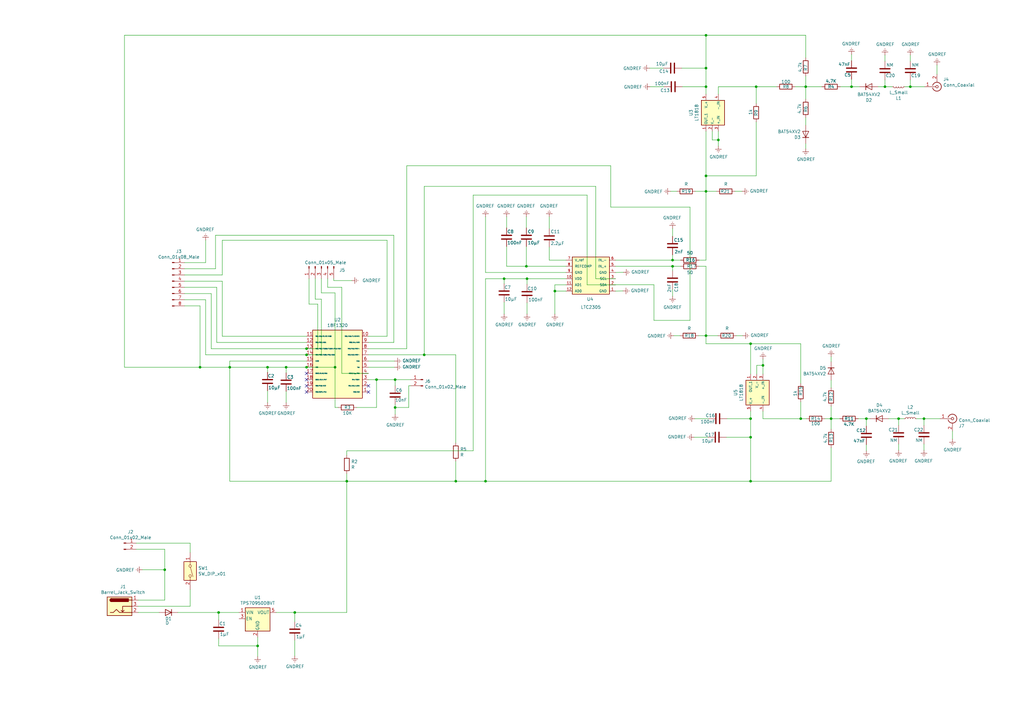
<source format=kicad_sch>
(kicad_sch (version 20211123) (generator eeschema)
  (paper "A3")
  (lib_symbols
    (symbol "Connector:Barrel_Jack_Switch" (pin_names hide)
      (property "Reference" "J" (at 0 5.334 0))
      (property "Value" "Barrel_Jack_Switch" (at 0 -5.08 0))
      (symbol "Barrel_Jack_Switch_0_1"
        (rectangle (start -5.08 3.81) (end 5.08 -3.81) (stroke (width 0.254)) (fill (type background)))
        (arc (start -3.302 3.175) (mid -3.937 2.54) (end -3.302 1.905) (stroke (width 0.254)))
        (arc (start -3.302 3.175) (mid -3.937 2.54) (end -3.302 1.905) (stroke (width 0.254)) (fill (type outline)))
        (polyline (pts (xy 1.27 -2.286) (xy 1.905 -1.651)) (stroke (width 0.254)))
        (polyline (pts (xy 5.08 2.54) (xy 3.81 2.54)) (stroke (width 0.254)))
        (polyline (pts (xy 5.08 0) (xy 1.27 0) (xy 1.27 -2.286) (xy 0.635 -1.651)) (stroke (width 0.254)))
        (polyline (pts (xy -3.81 -2.54) (xy -2.54 -2.54) (xy -1.27 -1.27) (xy 0 -2.54) (xy 2.54 -2.54) (xy 5.08 -2.54)) (stroke (width 0.254)))
        (rectangle (start 3.683 3.175) (end -3.302 1.905) (stroke (width 0.254)) (fill (type outline)))
      )
      (symbol "Barrel_Jack_Switch_1_1"
        (pin passive line (at 7.62 2.54 180) (length 2.54) (name "~") (number "1"))
        (pin passive line (at 7.62 -2.54 180) (length 2.54) (name "~") (number "2"))
        (pin passive line (at 7.62 0 180) (length 2.54) (name "~") (number "3"))
      )
    )
    (symbol "Connector:Conn_01x02_Male" (pin_names (offset 1.016) hide)
      (property "Reference" "J" (at 0 2.54 0))
      (property "Value" "Conn_01x02_Male" (at 0 -5.08 0))
      (symbol "Conn_01x02_Male_1_1"
        (polyline (pts (xy 1.27 -2.54) (xy 0.8636 -2.54)) (stroke (width 0.1524)))
        (polyline (pts (xy 1.27 0) (xy 0.8636 0)) (stroke (width 0.1524)))
        (rectangle (start 0.8636 -2.413) (end 0 -2.667) (stroke (width 0.1524)) (fill (type outline)))
        (rectangle (start 0.8636 0.127) (end 0 -0.127) (stroke (width 0.1524)) (fill (type outline)))
        (pin passive line (at 5.08 0 180) (length 3.81) (name "Pin_1") (number "1"))
        (pin passive line (at 5.08 -2.54 180) (length 3.81) (name "Pin_2") (number "2"))
      )
    )
    (symbol "Connector:Conn_01x05_Male" (pin_names (offset 1.016) hide)
      (property "Reference" "J" (at 0 7.62 0))
      (property "Value" "Conn_01x05_Male" (at 0 -7.62 0))
      (symbol "Conn_01x05_Male_1_1"
        (polyline (pts (xy 1.27 -5.08) (xy 0.8636 -5.08)) (stroke (width 0.1524)))
        (polyline (pts (xy 1.27 -2.54) (xy 0.8636 -2.54)) (stroke (width 0.1524)))
        (polyline (pts (xy 1.27 0) (xy 0.8636 0)) (stroke (width 0.1524)))
        (polyline (pts (xy 1.27 2.54) (xy 0.8636 2.54)) (stroke (width 0.1524)))
        (polyline (pts (xy 1.27 5.08) (xy 0.8636 5.08)) (stroke (width 0.1524)))
        (rectangle (start 0.8636 -4.953) (end 0 -5.207) (stroke (width 0.1524)) (fill (type outline)))
        (rectangle (start 0.8636 -2.413) (end 0 -2.667) (stroke (width 0.1524)) (fill (type outline)))
        (rectangle (start 0.8636 0.127) (end 0 -0.127) (stroke (width 0.1524)) (fill (type outline)))
        (rectangle (start 0.8636 2.667) (end 0 2.413) (stroke (width 0.1524)) (fill (type outline)))
        (rectangle (start 0.8636 5.207) (end 0 4.953) (stroke (width 0.1524)) (fill (type outline)))
        (pin passive line (at 5.08 5.08 180) (length 3.81) (name "Pin_1") (number "1"))
        (pin passive line (at 5.08 2.54 180) (length 3.81) (name "Pin_2") (number "2"))
        (pin passive line (at 5.08 0 180) (length 3.81) (name "Pin_3") (number "3"))
        (pin passive line (at 5.08 -2.54 180) (length 3.81) (name "Pin_4") (number "4"))
        (pin passive line (at 5.08 -5.08 180) (length 3.81) (name "Pin_5") (number "5"))
      )
    )
    (symbol "Connector:Conn_01x08_Male" (pin_names (offset 1.016) hide)
      (property "Reference" "J" (at 0 10.16 0))
      (property "Value" "Conn_01x08_Male" (at 0 -12.7 0))
      (symbol "Conn_01x08_Male_1_1"
        (polyline (pts (xy 1.27 -10.16) (xy 0.8636 -10.16)) (stroke (width 0.1524)))
        (polyline (pts (xy 1.27 -7.62) (xy 0.8636 -7.62)) (stroke (width 0.1524)))
        (polyline (pts (xy 1.27 -5.08) (xy 0.8636 -5.08)) (stroke (width 0.1524)))
        (polyline (pts (xy 1.27 -2.54) (xy 0.8636 -2.54)) (stroke (width 0.1524)))
        (polyline (pts (xy 1.27 0) (xy 0.8636 0)) (stroke (width 0.1524)))
        (polyline (pts (xy 1.27 2.54) (xy 0.8636 2.54)) (stroke (width 0.1524)))
        (polyline (pts (xy 1.27 5.08) (xy 0.8636 5.08)) (stroke (width 0.1524)))
        (polyline (pts (xy 1.27 7.62) (xy 0.8636 7.62)) (stroke (width 0.1524)))
        (rectangle (start 0.8636 -10.033) (end 0 -10.287) (stroke (width 0.1524)) (fill (type outline)))
        (rectangle (start 0.8636 -7.493) (end 0 -7.747) (stroke (width 0.1524)) (fill (type outline)))
        (rectangle (start 0.8636 -4.953) (end 0 -5.207) (stroke (width 0.1524)) (fill (type outline)))
        (rectangle (start 0.8636 -2.413) (end 0 -2.667) (stroke (width 0.1524)) (fill (type outline)))
        (rectangle (start 0.8636 0.127) (end 0 -0.127) (stroke (width 0.1524)) (fill (type outline)))
        (rectangle (start 0.8636 2.667) (end 0 2.413) (stroke (width 0.1524)) (fill (type outline)))
        (rectangle (start 0.8636 5.207) (end 0 4.953) (stroke (width 0.1524)) (fill (type outline)))
        (rectangle (start 0.8636 7.747) (end 0 7.493) (stroke (width 0.1524)) (fill (type outline)))
        (pin passive line (at 5.08 7.62 180) (length 3.81) (name "Pin_1") (number "1"))
        (pin passive line (at 5.08 5.08 180) (length 3.81) (name "Pin_2") (number "2"))
        (pin passive line (at 5.08 2.54 180) (length 3.81) (name "Pin_3") (number "3"))
        (pin passive line (at 5.08 0 180) (length 3.81) (name "Pin_4") (number "4"))
        (pin passive line (at 5.08 -2.54 180) (length 3.81) (name "Pin_5") (number "5"))
        (pin passive line (at 5.08 -5.08 180) (length 3.81) (name "Pin_6") (number "6"))
        (pin passive line (at 5.08 -7.62 180) (length 3.81) (name "Pin_7") (number "7"))
        (pin passive line (at 5.08 -10.16 180) (length 3.81) (name "Pin_8") (number "8"))
      )
    )
    (symbol "Connector:Conn_Coaxial" (pin_names (offset 1.016) hide)
      (property "Reference" "J" (at 0.254 3.048 0))
      (property "Value" "Conn_Coaxial" (at 2.921 0 90))
      (symbol "Conn_Coaxial_0_1"
        (arc (start -1.778 -0.508) (mid 0.2311 -1.8066) (end 1.778 0) (stroke (width 0.254)))
        (polyline (pts (xy -2.54 0) (xy -0.508 0)))
        (polyline (pts (xy 0 -2.54) (xy 0 -1.778)))
        (circle (center 0 0) (radius 0.508) (stroke (width 0.2032)))
        (arc (start 1.778 0) (mid 0.2099 1.8101) (end -1.778 0.508) (stroke (width 0.254)))
      )
      (symbol "Conn_Coaxial_1_1"
        (pin passive line (at -5.08 0 0) (length 2.54) (name "In") (number "1"))
        (pin passive line (at 0 -5.08 90) (length 2.54) (name "Ext") (number "2"))
      )
    )
    (symbol "Device:C" (pin_numbers hide) (pin_names (offset 0.254))
      (property "Reference" "C" (at 0.635 2.54 0))
      (property "Value" "C" (at 0.635 -2.54 0))
      (symbol "C_0_1"
        (polyline (pts (xy -2.032 -0.762) (xy 2.032 -0.762)) (stroke (width 0.508)))
        (polyline (pts (xy -2.032 0.762) (xy 2.032 0.762)) (stroke (width 0.508)))
      )
      (symbol "C_1_1"
        (pin passive line (at 0 3.81 270) (length 2.794) (name "~") (number "1"))
        (pin passive line (at 0 -3.81 90) (length 2.794) (name "~") (number "2"))
      )
    )
    (symbol "Device:D" (pin_numbers hide) (pin_names (offset 1.016) hide)
      (property "Reference" "D" (at 0 2.54 0))
      (property "Value" "D" (at 0 -2.54 0))
      (symbol "D_0_1"
        (polyline (pts (xy -1.27 1.27) (xy -1.27 -1.27)) (stroke (width 0.254)))
        (polyline (pts (xy 1.27 0) (xy -1.27 0)))
        (polyline (pts (xy 1.27 1.27) (xy 1.27 -1.27) (xy -1.27 0) (xy 1.27 1.27)) (stroke (width 0.254)))
      )
      (symbol "D_1_1"
        (pin passive line (at -3.81 0 0) (length 2.54) (name "K") (number "1"))
        (pin passive line (at 3.81 0 180) (length 2.54) (name "A") (number "2"))
      )
    )
    (symbol "Device:L_Small" (pin_numbers hide) (pin_names (offset 0.254) hide)
      (property "Reference" "L" (at 0.762 1.016 0))
      (property "Value" "L_Small" (at 0.762 -1.016 0))
      (symbol "L_Small_0_1"
        (arc (start 0 -2.032) (mid 0.508 -1.524) (end 0 -1.016))
        (arc (start 0 -1.016) (mid 0.508 -0.508) (end 0 0))
        (arc (start 0 0) (mid 0.508 0.508) (end 0 1.016))
        (arc (start 0 1.016) (mid 0.508 1.524) (end 0 2.032))
      )
      (symbol "L_Small_1_1"
        (pin passive line (at 0 2.54 270) (length 0.508) (name "~") (number "1"))
        (pin passive line (at 0 -2.54 90) (length 0.508) (name "~") (number "2"))
      )
    )
    (symbol "Device:R" (pin_numbers hide) (pin_names (offset 0))
      (property "Reference" "R" (at 2.032 0 90))
      (property "Value" "R" (at 0 0 90))
      (symbol "R_0_1"
        (rectangle (start -1.016 -2.54) (end 1.016 2.54) (stroke (width 0.254)))
      )
      (symbol "R_1_1"
        (pin passive line (at 0 3.81 270) (length 1.27) (name "~") (number "1"))
        (pin passive line (at 0 -3.81 90) (length 1.27) (name "~") (number "2"))
      )
    )
    (symbol "Regulator_Linear:TPS72215" (pin_names (offset 0.254))
      (property "Reference" "U" (at -3.81 5.715 0))
      (property "Value" "TPS72215" (at 0 5.715 0))
      (symbol "TPS72215_0_1"
        (rectangle (start -5.08 4.445) (end 5.08 -5.08) (stroke (width 0.254)) (fill (type background)))
      )
      (symbol "TPS72215_1_1"
        (pin power_in line (at -7.62 2.54 0) (length 2.54) (name "VIN") (number "1"))
        (pin power_in line (at 0 -7.62 90) (length 2.54) (name "GND") (number "2"))
        (pin input line (at -7.62 0 0) (length 2.54) (name "EN") (number "3"))
        (pin no_connect line (at 2.54 0 180) (length 2.54) hide (name "NC") (number "4"))
        (pin power_out line (at 7.62 2.54 180) (length 2.54) (name "VOUT") (number "5"))
      )
    )
    (symbol "Switch:SW_DIP_x01" (pin_names (offset 0) hide)
      (property "Reference" "SW" (at 0 3.81 0))
      (property "Value" "SW_DIP_x01" (at 0 -3.81 0))
      (symbol "SW_DIP_x01_0_0"
        (circle (center -2.032 0) (radius 0.508))
        (polyline (pts (xy -1.524 0.127) (xy 2.3622 1.1684)))
        (circle (center 2.032 0) (radius 0.508))
      )
      (symbol "SW_DIP_x01_0_1"
        (rectangle (start -3.81 2.54) (end 3.81 -2.54) (stroke (width 0.254)) (fill (type background)))
      )
      (symbol "SW_DIP_x01_1_1"
        (pin passive line (at -7.62 0 0) (length 5.08) (name "~") (number "1"))
        (pin passive line (at 7.62 0 180) (length 5.08) (name "~") (number "2"))
      )
    )
    (symbol "librairie_projet:18F1320" (pin_names (offset 1.016))
      (property "Reference" "U" (at -2.54 14.605 0))
      (property "Value" "18F1320" (at 2.54 16.51 0))
      (symbol "18F1320_0_1"
        (rectangle (start -10.16 12.7) (end 10.16 -15.24) (stroke (width 0.254)) (fill (type background)))
      )
      (symbol "18F1320_1_1"
        (pin input line (at -12.7 10.16 0) (length 2.54) (name "RA0/AN0") (number "1"))
        (pin bidirectional line (at -12.7 -12.7 0) (length 2.54) (name "RB1/AN5/TX/CKINT1") (number "10"))
        (pin input line (at 12.7 -12.7 180) (length 2.54) (name "RB4/AN6/RX/DT/KIB0") (number "11"))
        (pin input line (at 12.7 -10.16 180) (length 2.54) (name "RB5/PGM/KBI1") (number "12"))
        (pin input line (at 12.7 -7.62 180) (length 2.54) (name "RB6/PGC/T1OSO/T13CKI/P1C/KBI2") (number "13"))
        (pin input line (at 12.7 -5.08 180) (length 2.54) (name "RB7/PGD/T1OSI/P1D/KBI3") (number "14"))
        (pin input line (at 12.7 -2.54 180) (length 2.54) (name "AVDD") (number "15"))
        (pin input line (at 12.7 0 180) (length 2.54) (name "VDD") (number "16"))
        (pin input line (at 12.7 2.54 180) (length 2.54) (name "OSC2/CLK0/RA6") (number "17"))
        (pin input line (at 12.7 5.08 180) (length 2.54) (name "OSC1/CLKI/RA7") (number "18"))
        (pin input line (at 12.7 7.62 180) (length 2.54) (name "RB2/P1B/INT2") (number "19"))
        (pin input line (at -12.7 7.62 0) (length 2.54) (name "RA1/AN1/LVDIN") (number "2"))
        (pin input line (at 12.7 10.16 180) (length 2.54) (name "RB3/CCP1/P1A") (number "20"))
        (pin bidirectional line (at -12.7 5.08 0) (length 2.54) (name "RA4/T0CKI") (number "3"))
        (pin bidirectional line (at -12.7 2.54 0) (length 2.54) (name "MCLR/Vpp/RA5") (number "4"))
        (pin bidirectional line (at -12.7 0 0) (length 2.54) (name "Vss") (number "5"))
        (pin bidirectional line (at -12.7 -2.54 0) (length 2.54) (name "AVss") (number "6"))
        (pin bidirectional line (at -12.7 -5.08 0) (length 2.54) (name "RA2/AN2/VREF-") (number "7"))
        (pin bidirectional line (at -12.7 -7.62 0) (length 2.54) (name "RA3/AN3/VREF+") (number "8"))
        (pin bidirectional line (at -12.7 -10.16 0) (length 2.54) (name "RB0/AN4/INT0") (number "9"))
      )
    )
    (symbol "librairie_projet:BAT54XV2" (pin_numbers hide) (pin_names (offset 1.016) hide)
      (property "Reference" "D" (at 0 2.54 0))
      (property "Value" "BAT54XV2" (at 0 -2.54 0))
      (symbol "BAT54XV2_0_1"
        (polyline (pts (xy -1.27 1.27) (xy -1.27 -1.27)) (stroke (width 0.254)))
        (polyline (pts (xy 1.27 0) (xy -1.27 0)))
        (polyline (pts (xy 1.27 1.27) (xy 1.27 -1.27) (xy -1.27 0) (xy 1.27 1.27)) (stroke (width 0.2032)))
      )
      (symbol "BAT54XV2_1_1"
        (pin passive line (at -3.81 0 0) (length 2.54) (name "K") (number "1"))
        (pin passive line (at 3.81 0 180) (length 2.54) (name "A") (number "2"))
      )
    )
    (symbol "librairie_projet:LT1818" (pin_names (offset 0.254))
      (property "Reference" "U" (at 3.556 5.588 0))
      (property "Value" "LT1818" (at 7.62 5.588 0))
      (symbol "LT1818_0_1"
        (rectangle (start 2.54 4.445) (end 12.7 -5.08) (stroke (width 0.254)) (fill (type background)))
      )
      (symbol "LT1818_1_1"
        (pin power_in line (at 0 2.54 0) (length 2.54) (name "OUT_1") (number "1"))
        (pin power_in line (at 0 0 0) (length 2.54) (name "V_-") (number "2"))
        (pin input line (at 0 -2.54 0) (length 2.54) (name "+_IN") (number "3"))
        (pin input line (at 15.24 -2.54 180) (length 2.54) (name "-_IN") (number "4"))
        (pin power_out line (at 15.24 2.54 180) (length 2.54) (name "V_+") (number "5"))
      )
    )
    (symbol "librairie_projet:LTC2305" (pin_names (offset 1.016))
      (property "Reference" "U" (at -6.35 8.89 0))
      (property "Value" "LTC2305" (at 6.35 8.89 0))
      (symbol "LTC2305_0_1"
        (rectangle (start -7.62 7.62) (end 7.62 -7.62) (stroke (width 0.254)) (fill (type background)))
      )
      (symbol "LTC2305_1_1"
        (pin power_in line (at -10.16 6.35 0) (length 2.54) (name "GND") (number "1"))
        (pin power_in line (at 10.16 1.27 180) (length 2.54) (name "VDD") (number "10"))
        (pin input line (at 10.16 3.81 180) (length 2.54) (name "AD1") (number "11"))
        (pin input line (at 10.16 6.35 180) (length 2.54) (name "AD0") (number "12"))
        (pin bidirectional line (at -10.16 3.81 0) (length 2.54) (name "SDA") (number "2"))
        (pin bidirectional line (at -10.16 1.27 0) (length 2.54) (name "SCL") (number "3"))
        (pin power_in line (at -10.16 -1.27 0) (length 2.54) (name "GND") (number "4"))
        (pin input line (at -10.16 -3.81 0) (length 2.54) (name "IN_+") (number "5"))
        (pin input line (at -10.16 -6.35 0) (length 2.54) (name "IN_-") (number "6"))
        (pin power_in line (at 10.16 -6.35 180) (length 2.54) (name "V_ref") (number "7"))
        (pin bidirectional line (at 10.16 -3.81 180) (length 2.54) (name "REFCOMP") (number "8"))
        (pin bidirectional line (at 10.16 -1.27 180) (length 2.54) (name "GND") (number "9"))
      )
    )
    (symbol "power:GNDREF" (power) (pin_names (offset 0))
      (property "Value" "GNDREF" (at 0 -3.81 0))
      (symbol "GNDREF_0_1"
        (polyline (pts (xy -0.635 -1.905) (xy 0.635 -1.905)))
        (polyline (pts (xy -0.127 -2.54) (xy 0.127 -2.54)))
        (polyline (pts (xy 0 -1.27) (xy 0 0)))
        (polyline (pts (xy 1.27 -1.27) (xy -1.27 -1.27)))
      )
      (symbol "GNDREF_1_1"
        (pin power_in line (at 0 0 270) (length 0) hide (name "GNDREF") (number "1"))
      )
    )
  )
  (junction (at 94.234 150.622))
  (junction (at 289.56 78.486))
  (junction (at 373.38 35.56))
  (junction (at 162.052 155.702))
  (junction (at 82.042 150.622))
  (junction (at 330.454 35.56))
  (junction (at 142.24 197.358))
  (junction (at 349.25 35.56))
  (junction (at 154.432 155.702))
  (junction (at 275.844 109.22))
  (junction (at 199.136 197.358))
  (junction (at 215.9 109.22))
  (junction (at 186.944 197.358))
  (junction (at 216.154 114.3))
  (junction (at 289.56 137.668))
  (junction (at 109.728 150.622))
  (junction (at 310.134 35.56))
  (junction (at 120.904 251.206))
  (junction (at 125.73 150.622))
  (junction (at 117.348 150.622))
  (junction (at 289.56 27.94))
  (junction (at 378.968 171.704))
  (junction (at 162.052 167.132))
  (junction (at 340.868 171.704))
  (junction (at 105.664 264.922))
  (junction (at 137.414 150.622))
  (junction (at 355.346 171.704))
  (junction (at 307.848 197.358))
  (junction (at 289.56 35.56))
  (junction (at 312.928 149.86))
  (junction (at 362.966 35.56))
  (junction (at 125.73 145.542))
  (junction (at 227.584 119.38))
  (junction (at 289.56 14.478))
  (junction (at 67.564 233.68))
  (junction (at 307.848 171.704))
  (junction (at 328.422 171.704))
  (junction (at 294.64 57.404))
  (junction (at 89.662 251.206))
  (junction (at 125.73 143.002))
  (junction (at 307.848 179.324))
  (junction (at 289.56 72.136))
  (junction (at 307.848 140.97))
  (junction (at 206.756 114.3))
  (junction (at 173.99 145.542))
  (junction (at 368.554 171.704))
  (junction (at 275.844 106.68))
  (no_connect (at 125.73 158.242))
  (no_connect (at 125.73 153.162))
  (no_connect (at 151.13 158.242))
  (no_connect (at 125.73 155.702))
  (no_connect (at 125.73 160.782))
  (no_connect (at 151.13 160.782))
  (wire (pts (xy 77.978 222.758) (xy 77.978 226.568)))
  (wire (pts (xy 151.13 137.922) (xy 158.75 137.922)))
  (wire (pts (xy 373.38 35.56) (xy 371.094 35.56)))
  (wire (pts (xy 86.614 120.396) (xy 75.692 120.396)))
  (wire (pts (xy 275.844 106.68) (xy 279.146 106.68)))
  (wire (pts (xy 286.766 106.68) (xy 289.56 106.68)))
  (wire (pts (xy 312.928 171.704) (xy 312.928 168.656)))
  (wire (pts (xy 279.908 35.56) (xy 289.56 35.56)))
  (wire (pts (xy 137.414 167.132) (xy 138.684 167.132)))
  (wire (pts (xy 349.25 35.56) (xy 352.552 35.56)))
  (wire (pts (xy 289.56 14.478) (xy 330.454 14.478)))
  (wire (pts (xy 88.392 110.236) (xy 75.692 110.236)))
  (wire (pts (xy 240.792 80.01) (xy 194.056 80.01)))
  (wire (pts (xy 168.402 155.702) (xy 162.052 155.702)))
  (wire (pts (xy 289.56 78.486) (xy 289.56 72.136)))
  (wire (pts (xy 340.868 159.004) (xy 340.868 155.956)))
  (wire (pts (xy 162.052 165.862) (xy 162.052 167.132)))
  (wire (pts (xy 88.9 140.462) (xy 88.9 117.856)))
  (wire (pts (xy 232.156 109.22) (xy 215.9 109.22)))
  (wire (pts (xy 378.968 174.498) (xy 378.968 171.704)))
  (wire (pts (xy 134.366 117.856) (xy 134.366 114.3)))
  (wire (pts (xy 266.446 27.94) (xy 272.034 27.94)))
  (wire (pts (xy 84.328 145.542) (xy 84.328 122.936)))
  (wire (pts (xy 362.966 32.766) (xy 362.966 35.56)))
  (wire (pts (xy 82.042 125.476) (xy 75.692 125.476)))
  (wire (pts (xy 366.014 35.56) (xy 362.966 35.56)))
  (wire (pts (xy 289.56 78.486) (xy 293.878 78.486)))
  (wire (pts (xy 355.346 182.372) (xy 355.346 184.912)))
  (wire (pts (xy 151.13 148.082) (xy 161.798 148.082)))
  (wire (pts (xy 240.792 116.84) (xy 240.792 80.01)))
  (wire (pts (xy 307.848 140.97) (xy 307.848 153.416)))
  (wire (pts (xy 51.054 150.622) (xy 82.042 150.622)))
  (wire (pts (xy 301.498 78.486) (xy 304.292 78.486)))
  (wire (pts (xy 250.4948 67.9704) (xy 166.8272 67.9704)))
  (wire (pts (xy 225.298 93.726) (xy 225.298 88.9)))
  (wire (pts (xy 130.302 143.002) (xy 130.302 124.714)))
  (wire (pts (xy 125.73 140.462) (xy 88.9 140.462)))
  (wire (pts (xy 338.328 171.704) (xy 340.868 171.704)))
  (wire (pts (xy 251.968 116.7892) (xy 268.224 116.7892)))
  (wire (pts (xy 289.56 14.478) (xy 289.56 27.94)))
  (wire (pts (xy 318.516 35.56) (xy 310.134 35.56)))
  (wire (pts (xy 199.136 114.3) (xy 199.136 197.358)))
  (wire (pts (xy 129.286 114.3) (xy 129.286 122.682)))
  (wire (pts (xy 131.826 122.682) (xy 131.826 145.542)))
  (wire (pts (xy 216.154 114.3) (xy 216.154 116.586)))
  (wire (pts (xy 199.136 88.9) (xy 199.136 111.76)))
  (wire (pts (xy 283.0068 131.4196) (xy 283.0068 84.9376)))
  (wire (pts (xy 278.892 137.668) (xy 276.352 137.668)))
  (wire (pts (xy 244.348 76.454) (xy 173.99 76.454)))
  (wire (pts (xy 51.054 14.478) (xy 51.054 150.622)))
  (wire (pts (xy 275.844 104.5464) (xy 275.844 106.68)))
  (wire (pts (xy 94.234 150.622) (xy 94.234 148.082)))
  (wire (pts (xy 94.234 150.622) (xy 109.728 150.622)))
  (wire (pts (xy 206.756 123.952) (xy 206.756 128.778)))
  (wire (pts (xy 151.13 155.702) (xy 154.432 155.702)))
  (wire (pts (xy 294.64 57.404) (xy 294.64 59.944)))
  (wire (pts (xy 307.848 179.324) (xy 307.848 197.358)))
  (wire (pts (xy 294.64 57.404) (xy 292.1 57.404)))
  (wire (pts (xy 142.24 184.912) (xy 194.056 184.912)))
  (wire (pts (xy 289.56 106.68) (xy 289.56 78.486)))
  (wire (pts (xy 88.9 117.856) (xy 75.692 117.856)))
  (wire (pts (xy 142.24 184.912) (xy 142.24 186.69)))
  (wire (pts (xy 117.348 150.622) (xy 117.348 152.908)))
  (wire (pts (xy 151.13 140.462) (xy 161.544 140.462)))
  (wire (pts (xy 126.746 124.714) (xy 126.746 114.3)))
  (wire (pts (xy 390.652 176.784) (xy 390.652 180.086)))
  (wire (pts (xy 279.654 27.94) (xy 289.56 27.94)))
  (wire (pts (xy 368.554 171.704) (xy 364.49 171.704)))
  (wire (pts (xy 244.348 114.3) (xy 244.348 76.454)))
  (wire (pts (xy 268.224 116.7892) (xy 268.224 131.4196)))
  (wire (pts (xy 328.422 171.704) (xy 328.422 164.846)))
  (wire (pts (xy 289.56 72.136) (xy 310.134 72.136)))
  (wire (pts (xy 310.134 35.56) (xy 310.134 42.418)))
  (wire (pts (xy 289.56 109.22) (xy 289.56 137.668)))
  (wire (pts (xy 250.4948 84.9376) (xy 283.0068 84.9376)))
  (wire (pts (xy 285.242 78.486) (xy 289.56 78.486)))
  (wire (pts (xy 310.134 50.038) (xy 310.134 72.136)))
  (wire (pts (xy 168.402 158.242) (xy 167.64 158.242)))
  (wire (pts (xy 131.826 114.3) (xy 131.826 120.142)))
  (wire (pts (xy 252.476 109.22) (xy 275.844 109.22)))
  (wire (pts (xy 312.928 149.86) (xy 312.928 147.32)))
  (wire (pts (xy 109.728 160.274) (xy 109.728 165.1)))
  (wire (pts (xy 105.664 264.922) (xy 105.664 261.366)))
  (wire (pts (xy 252.476 111.76) (xy 255.6256 111.7092)))
  (wire (pts (xy 151.13 150.622) (xy 161.798 150.622)))
  (wire (pts (xy 120.904 251.206) (xy 120.904 255.016)))
  (wire (pts (xy 355.346 171.704) (xy 355.346 174.752)))
  (wire (pts (xy 275.844 118.6688) (xy 275.844 121.4628)))
  (wire (pts (xy 58.42 233.68) (xy 67.564 233.68)))
  (wire (pts (xy 252.476 119.38) (xy 255.4732 119.3292)))
  (wire (pts (xy 227.584 116.84) (xy 232.156 116.84)))
  (wire (pts (xy 120.904 262.636) (xy 120.904 268.986)))
  (wire (pts (xy 173.99 76.454) (xy 173.99 145.542)))
  (wire (pts (xy 56.642 248.666) (xy 77.978 248.666)))
  (wire (pts (xy 129.286 122.682) (xy 131.826 122.682)))
  (wire (pts (xy 88.392 96.52) (xy 88.392 110.236)))
  (wire (pts (xy 232.156 119.38) (xy 227.584 119.38)))
  (wire (pts (xy 312.928 153.416) (xy 312.928 149.86)))
  (wire (pts (xy 140.208 153.162) (xy 140.208 117.856)))
  (wire (pts (xy 349.25 35.56) (xy 349.25 32.512)))
  (wire (pts (xy 373.38 22.606) (xy 373.38 25.146)))
  (wire (pts (xy 125.73 143.002) (xy 86.614 143.002)))
  (wire (pts (xy 67.564 225.298) (xy 67.564 233.68)))
  (wire (pts (xy 215.9 109.22) (xy 207.772 109.22)))
  (wire (pts (xy 125.73 145.542) (xy 131.826 145.542)))
  (wire (pts (xy 154.432 167.132) (xy 146.304 167.132)))
  (wire (pts (xy 284.734 179.324) (xy 290.322 179.324)))
  (wire (pts (xy 158.75 98.552) (xy 158.75 137.922)))
  (wire (pts (xy 186.944 145.542) (xy 173.99 145.542)))
  (wire (pts (xy 252.476 114.3) (xy 244.348 114.3)))
  (wire (pts (xy 328.422 171.704) (xy 312.928 171.704)))
  (wire (pts (xy 330.454 35.56) (xy 330.454 31.242)))
  (wire (pts (xy 340.868 166.624) (xy 340.868 171.704)))
  (wire (pts (xy 206.756 114.3) (xy 206.756 116.332)))
  (wire (pts (xy 289.56 140.97) (xy 307.848 140.97)))
  (wire (pts (xy 362.966 25.146) (xy 362.966 22.606)))
  (wire (pts (xy 349.25 24.892) (xy 349.25 22.352)))
  (wire (pts (xy 289.56 35.56) (xy 289.56 27.94)))
  (wire (pts (xy 77.978 248.666) (xy 77.978 241.808)))
  (wire (pts (xy 117.348 150.622) (xy 125.73 150.622)))
  (wire (pts (xy 186.944 197.358) (xy 199.136 197.358)))
  (wire (pts (xy 125.73 137.922) (xy 91.186 137.922)))
  (wire (pts (xy 120.904 251.206) (xy 113.284 251.206)))
  (wire (pts (xy 330.454 40.64) (xy 330.454 35.56)))
  (wire (pts (xy 275.844 96.9264) (xy 275.844 93.726)))
  (wire (pts (xy 142.24 197.358) (xy 142.24 251.206)))
  (wire (pts (xy 117.348 165.1) (xy 117.348 160.528)))
  (wire (pts (xy 289.56 53.848) (xy 289.56 72.136)))
  (wire (pts (xy 94.234 150.622) (xy 94.234 197.358)))
  (wire (pts (xy 250.4948 84.9376) (xy 250.4948 67.9704)))
  (wire (pts (xy 216.154 128.778) (xy 216.154 124.206)))
  (wire (pts (xy 379.222 35.56) (xy 373.38 35.56)))
  (wire (pts (xy 154.432 155.702) (xy 154.432 167.132)))
  (wire (pts (xy 86.614 143.002) (xy 86.614 120.396)))
  (wire (pts (xy 227.584 119.38) (xy 227.584 116.84)))
  (wire (pts (xy 142.24 251.206) (xy 120.904 251.206)))
  (wire (pts (xy 199.136 111.76) (xy 232.156 111.76)))
  (wire (pts (xy 166.8272 67.9704) (xy 166.8272 143.002)))
  (wire (pts (xy 340.868 171.704) (xy 340.868 176.022)))
  (wire (pts (xy 286.766 109.22) (xy 289.56 109.22)))
  (wire (pts (xy 207.772 88.9) (xy 207.772 93.472)))
  (wire (pts (xy 109.728 150.622) (xy 109.728 152.654)))
  (wire (pts (xy 89.662 264.922) (xy 105.664 264.922)))
  (wire (pts (xy 75.692 107.696) (xy 84.328 107.696)))
  (wire (pts (xy 199.136 197.358) (xy 307.848 197.358)))
  (wire (pts (xy 275.844 111.0488) (xy 275.844 109.22)))
  (wire (pts (xy 140.208 153.162) (xy 151.13 153.162)))
  (wire (pts (xy 330.454 35.56) (xy 337.058 35.56)))
  (wire (pts (xy 297.942 179.324) (xy 307.848 179.324)))
  (wire (pts (xy 289.56 137.668) (xy 289.56 140.97)))
  (wire (pts (xy 340.868 171.704) (xy 344.424 171.704)))
  (wire (pts (xy 330.708 171.704) (xy 328.422 171.704)))
  (wire (pts (xy 368.554 171.704) (xy 368.554 174.498)))
  (wire (pts (xy 162.052 167.132) (xy 162.052 169.926)))
  (wire (pts (xy 225.298 106.68) (xy 225.298 101.346)))
  (wire (pts (xy 125.73 145.542) (xy 84.328 145.542)))
  (wire (pts (xy 161.544 96.52) (xy 161.544 140.462)))
  (wire (pts (xy 232.156 114.3) (xy 216.154 114.3)))
  (wire (pts (xy 94.234 197.358) (xy 142.24 197.358)))
  (wire (pts (xy 89.662 251.206) (xy 89.662 254.254)))
  (wire (pts (xy 326.136 35.56) (xy 330.454 35.56)))
  (wire (pts (xy 310.388 149.86) (xy 310.388 153.416)))
  (wire (pts (xy 186.944 197.358) (xy 186.944 189.23)))
  (wire (pts (xy 307.848 171.704) (xy 307.848 179.324)))
  (wire (pts (xy 55.88 222.758) (xy 77.978 222.758)))
  (wire (pts (xy 330.454 14.478) (xy 330.454 23.622)))
  (wire (pts (xy 84.328 107.696) (xy 84.328 98.552)))
  (wire (pts (xy 55.88 225.298) (xy 67.564 225.298)))
  (wire (pts (xy 167.64 158.242) (xy 167.64 167.132)))
  (wire (pts (xy 158.75 98.552) (xy 91.186 98.552)))
  (wire (pts (xy 252.476 106.68) (xy 275.844 106.68)))
  (wire (pts (xy 89.662 251.206) (xy 72.898 251.206)))
  (wire (pts (xy 162.052 155.702) (xy 162.052 158.242)))
  (wire (pts (xy 136.906 114.3) (xy 136.906 115.062)))
  (wire (pts (xy 328.422 140.97) (xy 307.848 140.97)))
  (wire (pts (xy 375.92 171.704) (xy 378.968 171.704)))
  (wire (pts (xy 154.432 155.702) (xy 162.052 155.702)))
  (wire (pts (xy 340.868 148.336) (xy 340.868 146.304)))
  (wire (pts (xy 304.546 137.668) (xy 302.006 137.668)))
  (wire (pts (xy 216.154 114.3) (xy 206.756 114.3)))
  (wire (pts (xy 91.186 115.316) (xy 75.692 115.316)))
  (wire (pts (xy 105.664 264.922) (xy 105.664 269.24)))
  (wire (pts (xy 194.056 80.01) (xy 194.056 184.912)))
  (wire (pts (xy 289.56 137.668) (xy 294.386 137.668)))
  (wire (pts (xy 207.772 109.22) (xy 207.772 101.092)))
  (wire (pts (xy 142.24 197.358) (xy 186.944 197.358)))
  (wire (pts (xy 215.9 109.22) (xy 215.9 101.092)))
  (wire (pts (xy 294.64 35.56) (xy 294.64 38.608)))
  (wire (pts (xy 89.662 261.874) (xy 89.662 264.922)))
  (wire (pts (xy 328.422 157.226) (xy 328.422 140.97)))
  (wire (pts (xy 136.906 115.062) (xy 144.272 115.062)))
  (wire (pts (xy 232.156 106.68) (xy 225.298 106.68)))
  (wire (pts (xy 91.186 112.776) (xy 75.692 112.776)))
  (wire (pts (xy 167.64 167.132) (xy 162.052 167.132)))
  (wire (pts (xy 294.64 53.848) (xy 294.64 57.404)))
  (wire (pts (xy 289.56 35.56) (xy 289.56 38.608)))
  (wire (pts (xy 298.196 171.704) (xy 307.848 171.704)))
  (wire (pts (xy 310.134 35.56) (xy 294.64 35.56)))
  (wire (pts (xy 51.054 14.478) (xy 289.56 14.478)))
  (wire (pts (xy 94.234 150.622) (xy 82.042 150.622)))
  (wire (pts (xy 56.642 251.206) (xy 65.278 251.206)))
  (wire (pts (xy 284.988 171.704) (xy 290.576 171.704)))
  (wire (pts (xy 330.454 48.26) (xy 330.454 51.308)))
  (wire (pts (xy 67.564 246.126) (xy 56.642 246.126)))
  (wire (pts (xy 368.554 171.704) (xy 370.84 171.704)))
  (wire (pts (xy 215.9 88.9) (xy 215.9 93.472)))
  (wire (pts (xy 67.564 233.68) (xy 67.564 246.126)))
  (wire (pts (xy 286.512 137.668) (xy 289.56 137.668)))
  (wire (pts (xy 275.082 78.486) (xy 277.622 78.486)))
  (wire (pts (xy 125.73 143.002) (xy 130.302 143.002)))
  (wire (pts (xy 368.554 184.658) (xy 368.554 182.118)))
  (wire (pts (xy 268.224 131.4196) (xy 283.0068 131.4196)))
  (wire (pts (xy 91.186 137.922) (xy 91.186 115.316)))
  (wire (pts (xy 330.454 58.928) (xy 330.454 60.96)))
  (wire (pts (xy 275.844 109.22) (xy 279.146 109.22)))
  (wire (pts (xy 82.042 150.622) (xy 82.042 125.476)))
  (wire (pts (xy 91.186 98.552) (xy 91.186 112.776)))
  (wire (pts (xy 240.792 116.84) (xy 252.476 116.84)))
  (wire (pts (xy 109.728 150.622) (xy 117.348 150.622)))
  (wire (pts (xy 151.13 143.002) (xy 166.8272 143.002)))
  (wire (pts (xy 355.346 171.704) (xy 352.044 171.704)))
  (wire (pts (xy 384.302 30.48) (xy 384.302 26.67)))
  (wire (pts (xy 373.38 35.56) (xy 373.38 32.766)))
  (wire (pts (xy 378.968 171.704) (xy 385.572 171.704)))
  (wire (pts (xy 312.928 149.86) (xy 310.388 149.86)))
  (wire (pts (xy 378.968 182.118) (xy 378.968 184.658)))
  (wire (pts (xy 356.87 171.704) (xy 355.346 171.704)))
  (wire (pts (xy 94.234 148.082) (xy 125.73 148.082)))
  (wire (pts (xy 227.584 128.778) (xy 227.584 119.38)))
  (wire (pts (xy 266.7 35.56) (xy 272.288 35.56)))
  (wire (pts (xy 137.414 120.142) (xy 137.414 150.622)))
  (wire (pts (xy 340.868 183.642) (xy 340.868 197.358)))
  (wire (pts (xy 137.414 167.132) (xy 137.414 150.622)))
  (wire (pts (xy 140.208 117.856) (xy 134.366 117.856)))
  (wire (pts (xy 360.172 35.56) (xy 362.966 35.56)))
  (wire (pts (xy 130.302 124.714) (xy 126.746 124.714)))
  (wire (pts (xy 125.73 150.622) (xy 137.414 150.622)))
  (wire (pts (xy 131.826 120.142) (xy 137.414 120.142)))
  (wire (pts (xy 292.1 57.404) (xy 292.1 53.848)))
  (wire (pts (xy 186.944 181.61) (xy 186.944 145.542)))
  (wire (pts (xy 206.756 114.3) (xy 199.136 114.3)))
  (wire (pts (xy 142.24 197.358) (xy 142.24 194.31)))
  (wire (pts (xy 88.392 96.52) (xy 161.544 96.52)))
  (wire (pts (xy 344.678 35.56) (xy 349.25 35.56)))
  (wire (pts (xy 307.848 168.656) (xy 307.848 171.704)))
  (wire (pts (xy 340.868 197.358) (xy 307.848 197.358)))
  (wire (pts (xy 89.662 251.206) (xy 98.044 251.206)))
  (wire (pts (xy 173.99 145.542) (xy 151.13 145.542)))
  (wire (pts (xy 84.328 122.936) (xy 75.692 122.936)))
  (symbol (lib_id "librairie_projet:18F1320") (at 138.43 150.622 180) (unit 1)
    (property "Reference" "U2" (at 138.43 131.1402 0))
    (property "Value" "18F1320" (at 138.43 133.4516 0))
    (property "Footprint" "Package_SO:SSOP-20_4.4x6.5mm_P0.65mm" (effects hide))
  )
  (symbol (lib_id "librairie_projet:LT1818") (at 292.1 53.848 90) (unit 1)
    (property "Reference" "U3" (at 283.4132 46.228 0))
    (property "Value" "LT1818" (at 285.7246 46.228 0))
    (property "Footprint" "Package_TO_SOT_SMD:TSOT-23-5" (effects hide))
    (property "Datasheet" "http://www.st.com/internet/com/TECHNICAL_RESOURCES/TECHNICAL_LITERATURE/DATASHEET/CD00003395.pdf" (effects hide))
  )
  (symbol (lib_id "Connector:Conn_01x08_Male") (at 70.612 115.316 0) (unit 1)
    (property "Reference" "J3" (at 73.3552 103.0986 0))
    (property "Value" "Conn_01x08_Male" (at 73.3552 105.41 0))
    (property "Footprint" "Connector_PinHeader_2.54mm:PinHeader_1x08_P2.54mm_Vertical_SMD_Pin1Right" (effects hide))
  )
  (symbol (lib_id "Connector:Conn_01x05_Male") (at 131.826 109.22 90) (mirror x) (unit 1)
    (property "Reference" "J5" (at 139.1412 110.7948 90) (effects (justify right)))
    (property "Value" "Conn_01x05_Male" (at 124.968 107.696 90) (effects (justify right)))
    (property "Footprint" "Connector_PinHeader_2.54mm:PinHeader_1x05_P2.54mm_Vertical_SMD_Pin1Left" (effects hide))
  )
  (symbol (lib_id "power:GNDREF") (at 84.328 98.552 180) (unit 1)
    (property "Reference" "#PWR02" (effects hide))
    (property "Value" "GNDREF" (at 84.201 94.1578 0))
  )
  (symbol (lib_id "power:GNDREF") (at 161.798 148.082 90) (unit 1)
    (property "Reference" "#PWR011" (effects hide))
    (property "Value" "GNDREF" (at 165.0492 147.955 90) (effects (justify right)))
  )
  (symbol (lib_id "power:GNDREF") (at 161.798 150.622 90) (unit 1)
    (property "Reference" "#PWR012" (effects hide))
    (property "Value" "GNDREF" (at 165.0492 150.495 90) (effects (justify right)))
  )
  (symbol (lib_id "Device:R") (at 330.454 27.432 180) (unit 1)
    (property "Reference" "R7" (at 330.454 26.416 90) (effects (justify left)))
    (property "Value" "4.7k" (at 328.168 25.4 90) (effects (justify left)))
    (property "Footprint" "Resistor_SMD:R_1206_3216Metric" (effects hide))
  )
  (symbol (lib_id "Device:R") (at 330.454 44.45 180) (unit 1)
    (property "Reference" "R6" (at 330.454 43.434 90) (effects (justify left)))
    (property "Value" "4.7k" (at 327.914 42.418 90) (effects (justify left)))
    (property "Footprint" "Resistor_SMD:R_1206_3216Metric" (effects hide))
  )
  (symbol (lib_id "power:GNDREF") (at 330.454 60.96 0) (unit 1)
    (property "Reference" "#PWR014" (effects hide))
    (property "Value" "GNDREF" (at 330.581 65.3542 0))
  )
  (symbol (lib_id "Device:R") (at 322.326 35.56 90) (unit 1)
    (property "Reference" "R8" (at 322.326 35.56 90))
    (property "Value" "100" (at 322.326 33.528 90))
    (property "Footprint" "Resistor_SMD:R_1206_3216Metric" (effects hide))
  )
  (symbol (lib_id "Device:R") (at 310.134 46.228 180) (unit 1)
    (property "Reference" "R9" (at 310.134 44.958 90) (effects (justify left)))
    (property "Value" "1k" (at 307.848 44.704 90) (effects (justify left)))
    (property "Footprint" "Resistor_SMD:R_1206_3216Metric" (effects hide))
  )
  (symbol (lib_id "power:GNDREF") (at 294.64 59.944 0) (unit 1)
    (property "Reference" "#PWR024" (effects hide))
    (property "Value" "GNDREF" (at 294.767 64.3382 0))
  )
  (symbol (lib_id "Device:C") (at 276.098 35.56 90) (unit 1)
    (property "Reference" "C13" (at 272.796 37.084 90))
    (property "Value" "100nF" (at 271.526 34.29 90))
    (property "Footprint" "Capacitor_SMD:C_1206_3216Metric" (effects hide))
  )
  (symbol (lib_id "Device:C") (at 275.844 27.94 90) (unit 1)
    (property "Reference" "C14" (at 272.288 29.21 90))
    (property "Value" "10µF" (at 271.526 26.162 90))
    (property "Footprint" "Capacitor_SMD:C_1206_3216Metric" (effects hide))
  )
  (symbol (lib_id "power:GNDREF") (at 266.7 35.56 270) (unit 1)
    (property "Reference" "#PWR027" (effects hide))
    (property "Value" "GNDREF" (at 263.4488 35.687 90) (effects (justify right)))
  )
  (symbol (lib_id "power:GNDREF") (at 266.446 27.94 270) (unit 1)
    (property "Reference" "#PWR028" (effects hide))
    (property "Value" "GNDREF" (at 263.1948 28.067 90) (effects (justify right)))
  )
  (symbol (lib_id "Device:R") (at 340.868 35.56 90) (unit 1)
    (property "Reference" "R4" (at 340.868 35.56 90))
    (property "Value" "4.7K" (at 340.868 33.274 90))
    (property "Footprint" "Resistor_SMD:R_1206_3216Metric" (effects hide))
  )
  (symbol (lib_id "power:GNDREF") (at 349.25 22.352 180) (unit 1)
    (property "Reference" "#PWR010" (effects hide))
    (property "Value" "GNDREF" (at 349.123 17.9578 0))
  )
  (symbol (lib_id "Device:C") (at 349.25 28.702 180) (unit 1)
    (property "Reference" "C5" (at 348.996 30.734 0) (effects (justify left)))
    (property "Value" "47nF" (at 348.742 26.416 0) (effects (justify left)))
    (property "Footprint" "Capacitor_SMD:C_1206_3216Metric" (effects hide))
  )
  (symbol (lib_id "librairie_projet:BAT54XV2") (at 356.362 35.56 0) (unit 1)
    (property "Reference" "D2" (at 356.362 41.0718 0))
    (property "Value" "BAT54XV2" (at 356.362 38.7604 0))
    (property "Footprint" "Diode_SMD:D_SOD-523" (effects hide))
    (property "Datasheet" "https://www.diodes.com/assets/Datasheets/ds30396.pdf" (effects hide))
  )
  (symbol (lib_id "Connector:Conn_Coaxial") (at 384.302 35.56 0) (mirror x) (unit 1)
    (property "Reference" "J4" (at 386.842 32.5628 0) (effects (justify left)))
    (property "Value" "Conn_Coaxial" (at 386.842 34.8742 0) (effects (justify left)))
    (property "Footprint" "Connector_Coaxial:MMCX_Molex_73415-0961_Horizontal_0.8mm-PCB" (effects hide))
    (property "Datasheet" " ~" (effects hide))
  )
  (symbol (lib_id "Device:R") (at 298.196 137.668 270) (unit 1)
    (property "Reference" "R20" (at 297.942 137.668 90))
    (property "Value" "R" (at 298.196 134.7216 90))
    (property "Footprint" "Resistor_SMD:R_1206_3216Metric" (effects hide))
  )
  (symbol (lib_id "Device:R") (at 282.702 137.668 270) (unit 1)
    (property "Reference" "R18" (at 282.702 137.668 90))
    (property "Value" "R" (at 282.702 134.7216 90))
    (property "Footprint" "Resistor_SMD:R_1206_3216Metric" (effects hide))
  )
  (symbol (lib_id "power:GNDREF") (at 384.302 26.67 0) (mirror x) (unit 1)
    (property "Reference" "#PWR05" (effects hide))
    (property "Value" "GNDREF" (at 384.429 22.2758 0))
  )
  (symbol (lib_id "librairie_projet:BAT54XV2") (at 330.454 55.118 90) (unit 1)
    (property "Reference" "D3" (at 328.422 56.2864 90) (effects (justify left)))
    (property "Value" "BAT54XV2" (at 328.422 53.975 90) (effects (justify left)))
    (property "Footprint" "Diode_SMD:D_SOD-523" (effects hide))
    (property "Datasheet" "https://www.diodes.com/assets/Datasheets/ds30396.pdf" (effects hide))
  )
  (symbol (lib_id "librairie_projet:LTC2305") (at 242.316 113.03 180) (unit 1)
    (property "Reference" "U4" (at 242.062 122.682 0))
    (property "Value" "LTC2305" (at 242.316 125.984 0))
    (property "Footprint" "Package_SO:MSOP-12_3x4mm_P0.65mm" (effects hide))
    (property "Datasheet" "http://datasheets.maximintegrated.com/en/ds/MAX31826.pdf" (effects hide))
  )
  (symbol (lib_id "Device:R") (at 297.688 78.486 270) (unit 1)
    (property "Reference" "R21" (at 297.434 78.486 90))
    (property "Value" "R" (at 297.688 75.5396 90))
    (property "Footprint" "Resistor_SMD:R_1206_3216Metric" (effects hide))
  )
  (symbol (lib_id "Device:R") (at 282.956 106.68 270) (unit 1)
    (property "Reference" "R16" (at 283.21 106.68 90))
    (property "Value" "50" (at 282.956 103.7336 90))
    (property "Footprint" "Resistor_SMD:R_1206_3216Metric" (effects hide))
  )
  (symbol (lib_id "Device:R") (at 281.432 78.486 270) (unit 1)
    (property "Reference" "R19" (at 281.432 78.486 90))
    (property "Value" "R" (at 281.432 75.5396 90))
    (property "Footprint" "Resistor_SMD:R_1206_3216Metric" (effects hide))
  )
  (symbol (lib_id "Device:C") (at 275.844 100.7364 0) (unit 1)
    (property "Reference" "C15" (at 276.352 98.4504 0) (effects (justify left)))
    (property "Value" "2nF" (at 276.606 103.2764 0) (effects (justify left)))
    (property "Footprint" "Capacitor_SMD:C_1206_3216Metric" (effects hide))
  )
  (symbol (lib_id "power:GNDREF") (at 275.844 93.726 180) (unit 1)
    (property "Reference" "#PWR031" (effects hide))
    (property "Value" "GNDREF" (at 275.717 89.3318 0))
  )
  (symbol (lib_id "Device:C") (at 225.298 97.536 0) (unit 1)
    (property "Reference" "C11" (at 225.806 94.996 0) (effects (justify left)))
    (property "Value" "2.2µF" (at 225.806 99.822 0) (effects (justify left)))
    (property "Footprint" "Capacitor_SMD:C_1206_3216Metric" (effects hide))
  )
  (symbol (lib_id "power:GNDREF") (at 225.298 88.9 180) (unit 1)
    (property "Reference" "#PWR021" (effects hide))
    (property "Value" "GNDREF" (at 225.171 84.5058 0))
  )
  (symbol (lib_id "Device:L_Small") (at 373.38 171.704 90) (unit 1)
    (property "Reference" "L2" (at 373.38 167.005 90))
    (property "Value" "L_Small" (at 373.38 169.3164 90))
    (property "Footprint" "Resistor_SMD:R_1206_3216Metric" (effects hide))
  )
  (symbol (lib_id "Device:C") (at 215.9 97.282 0) (unit 1)
    (property "Reference" "C9" (at 216.408 94.996 0) (effects (justify left)))
    (property "Value" "10µF" (at 216.408 99.568 0) (effects (justify left)))
    (property "Footprint" "Capacitor_SMD:C_1206_3216Metric" (effects hide))
  )
  (symbol (lib_id "Device:C") (at 207.772 97.282 0) (unit 1)
    (property "Reference" "C8" (at 208.026 94.996 0) (effects (justify left)))
    (property "Value" "100nF" (at 208.026 99.568 0) (effects (justify left)))
    (property "Footprint" "Capacitor_SMD:C_1206_3216Metric" (effects hide))
  )
  (symbol (lib_id "power:GNDREF") (at 215.9 88.9 180) (unit 1)
    (property "Reference" "#PWR018" (effects hide))
    (property "Value" "GNDREF" (at 215.773 84.5058 0))
  )
  (symbol (lib_id "power:GNDREF") (at 207.772 88.9 180) (unit 1)
    (property "Reference" "#PWR017" (effects hide))
    (property "Value" "GNDREF" (at 207.645 84.5058 0))
  )
  (symbol (lib_id "power:GNDREF") (at 199.136 88.9 180) (unit 1)
    (property "Reference" "#PWR015" (effects hide))
    (property "Value" "GNDREF" (at 199.009 84.5058 0))
  )
  (symbol (lib_id "power:GNDREF") (at 378.968 184.658 0) (mirror y) (unit 1)
    (property "Reference" "#PWR0105" (effects hide))
    (property "Value" "GNDREF" (at 378.841 189.0522 0))
  )
  (symbol (lib_id "Device:C") (at 378.968 178.308 0) (mirror y) (unit 1)
    (property "Reference" "C22" (at 378.714 176.276 0) (effects (justify left)))
    (property "Value" "NM" (at 378.46 180.594 0) (effects (justify left)))
    (property "Footprint" "Capacitor_SMD:C_1206_3216Metric" (effects hide))
  )
  (symbol (lib_id "Device:C") (at 368.554 178.308 0) (mirror y) (unit 1)
    (property "Reference" "C21" (at 368.3 176.276 0) (effects (justify left)))
    (property "Value" "NM" (at 368.046 180.594 0) (effects (justify left)))
    (property "Footprint" "Capacitor_SMD:C_1206_3216Metric" (effects hide))
  )
  (symbol (lib_id "Device:C") (at 206.756 120.142 180) (unit 1)
    (property "Reference" "C7" (at 209.55 117.856 0) (effects (justify left)))
    (property "Value" "10µF" (at 212.09 122.682 0) (effects (justify left)))
    (property "Footprint" "Capacitor_SMD:C_1206_3216Metric" (effects hide))
  )
  (symbol (lib_id "power:GNDREF") (at 206.756 128.778 0) (unit 1)
    (property "Reference" "#PWR016" (effects hide))
    (property "Value" "GNDREF" (at 206.883 133.1722 0))
  )
  (symbol (lib_id "Device:C") (at 216.154 120.396 180) (unit 1)
    (property "Reference" "C10" (at 220.218 118.364 0) (effects (justify left)))
    (property "Value" "100nF" (at 222.758 122.936 0) (effects (justify left)))
    (property "Footprint" "Capacitor_SMD:C_1206_3216Metric" (effects hide))
  )
  (symbol (lib_id "power:GNDREF") (at 216.154 128.778 0) (unit 1)
    (property "Reference" "#PWR019" (effects hide))
    (property "Value" "GNDREF" (at 216.281 133.1722 0))
  )
  (symbol (lib_id "power:GNDREF") (at 255.6256 111.7092 90) (unit 1)
    (property "Reference" "#PWR029" (effects hide))
    (property "Value" "GNDREF" (at 258.8768 111.5822 90) (effects (justify right)))
  )
  (symbol (lib_id "power:GNDREF") (at 255.4732 119.3292 90) (unit 1)
    (property "Reference" "#PWR030" (effects hide))
    (property "Value" "GNDREF" (at 258.7244 119.2022 90) (effects (justify right)))
  )
  (symbol (lib_id "Device:C") (at 109.728 156.464 180) (unit 1)
    (property "Reference" "C2" (at 112.522 154.178 0) (effects (justify left)))
    (property "Value" "10µF" (at 115.062 159.004 0) (effects (justify left)))
    (property "Footprint" "Capacitor_SMD:C_1206_3216Metric" (effects hide))
  )
  (symbol (lib_id "power:GNDREF") (at 109.728 165.1 0) (unit 1)
    (property "Reference" "#PWR04" (effects hide))
    (property "Value" "GNDREF" (at 109.855 169.4942 0))
  )
  (symbol (lib_id "Device:C") (at 117.348 156.718 180) (unit 1)
    (property "Reference" "C3" (at 120.396 154.686 0) (effects (justify left)))
    (property "Value" "100nF" (at 123.698 159.258 0) (effects (justify left)))
    (property "Footprint" "Capacitor_SMD:C_1206_3216Metric" (effects hide))
  )
  (symbol (lib_id "power:GNDREF") (at 117.348 165.1 0) (unit 1)
    (property "Reference" "#PWR06" (effects hide))
    (property "Value" "GNDREF" (at 117.475 169.4942 0))
  )
  (symbol (lib_id "Device:R") (at 142.494 167.132 90) (unit 1)
    (property "Reference" "R3" (at 142.494 167.132 90))
    (property "Value" "10K" (at 142.494 169.418 90))
    (property "Footprint" "Resistor_SMD:R_1206_3216Metric" (effects hide))
  )
  (symbol (lib_id "power:GNDREF") (at 304.546 137.668 90) (unit 1)
    (property "Reference" "#PWR0101" (effects hide))
    (property "Value" "GNDREF" (at 307.7972 137.541 90) (effects (justify right)))
  )
  (symbol (lib_id "power:GNDREF") (at 276.352 137.668 270) (unit 1)
    (property "Reference" "#PWR0102" (effects hide))
    (property "Value" "GNDREF" (at 273.1008 137.795 90) (effects (justify right)))
  )
  (symbol (lib_id "Device:C") (at 162.052 162.052 0) (unit 1)
    (property "Reference" "C6" (at 162.306 160.02 0) (effects (justify left)))
    (property "Value" "10nF" (at 162.052 164.084 0) (effects (justify left)))
    (property "Footprint" "Capacitor_SMD:C_1206_3216Metric" (effects hide))
  )
  (symbol (lib_id "power:GNDREF") (at 162.052 169.926 0) (unit 1)
    (property "Reference" "#PWR013" (effects hide))
    (property "Value" "GNDREF" (at 162.179 174.3202 0))
  )
  (symbol (lib_id "power:GNDREF") (at 275.082 78.486 270) (unit 1)
    (property "Reference" "#PWR0103" (effects hide))
    (property "Value" "GNDREF" (at 271.8308 78.613 90) (effects (justify right)))
  )
  (symbol (lib_id "Connector:Conn_01x02_Male") (at 173.482 155.702 0) (mirror y) (unit 1)
    (property "Reference" "J6" (at 174.1932 156.3624 0) (effects (justify right)))
    (property "Value" "Conn_01x02_Male" (at 174.1932 158.6738 0) (effects (justify right)))
    (property "Footprint" "Connector_PinHeader_2.54mm:PinHeader_1x02_P2.54mm_Vertical_SMD_Pin1Left" (effects hide))
  )
  (symbol (lib_id "power:GNDREF") (at 304.292 78.486 90) (unit 1)
    (property "Reference" "#PWR0104" (effects hide))
    (property "Value" "GNDREF" (at 307.5432 78.359 90) (effects (justify right)))
  )
  (symbol (lib_id "Device:R") (at 142.24 190.5 0) (unit 1)
    (property "Reference" "R2" (at 144.018 189.3316 0) (effects (justify left)))
    (property "Value" "R" (at 144.018 191.643 0) (effects (justify left)))
    (property "Footprint" "Resistor_SMD:R_1206_3216Metric" (effects hide))
  )
  (symbol (lib_id "Device:R") (at 186.944 185.42 0) (unit 1)
    (property "Reference" "R5" (at 188.722 184.2516 0) (effects (justify left)))
    (property "Value" "R" (at 188.722 186.563 0) (effects (justify left)))
    (property "Footprint" "Resistor_SMD:R_1206_3216Metric" (effects hide))
  )
  (symbol (lib_id "power:GNDREF") (at 373.38 22.606 0) (mirror x) (unit 1)
    (property "Reference" "#PWR0106" (effects hide))
    (property "Value" "GNDREF" (at 373.507 18.2118 0))
  )
  (symbol (lib_id "Device:L_Small") (at 368.554 35.56 270) (unit 1)
    (property "Reference" "L1" (at 368.554 40.259 90))
    (property "Value" "L_Small" (at 368.554 37.9476 90))
    (property "Footprint" "Resistor_SMD:R_1206_3216Metric" (effects hide))
  )
  (symbol (lib_id "power:GNDREF") (at 362.966 22.606 0) (mirror x) (unit 1)
    (property "Reference" "#PWR0107" (effects hide))
    (property "Value" "GNDREF" (at 363.093 18.2118 0))
  )
  (symbol (lib_id "Device:C") (at 362.966 28.956 0) (mirror x) (unit 1)
    (property "Reference" "C20" (at 363.22 30.988 0) (effects (justify left)))
    (property "Value" "NM" (at 363.474 26.67 0) (effects (justify left)))
    (property "Footprint" "Capacitor_SMD:C_1206_3216Metric" (effects hide))
  )
  (symbol (lib_id "Device:C") (at 373.38 28.956 0) (mirror x) (unit 1)
    (property "Reference" "C19" (at 373.634 30.988 0) (effects (justify left)))
    (property "Value" "NM" (at 373.888 26.67 0) (effects (justify left)))
    (property "Footprint" "Capacitor_SMD:C_1206_3216Metric" (effects hide))
  )
  (symbol (lib_id "librairie_projet:LT1818") (at 310.388 153.416 90) (mirror x) (unit 1)
    (property "Reference" "U5" (at 301.7012 161.036 0))
    (property "Value" "LT1818" (at 304.0126 161.036 0))
    (property "Footprint" "Package_TO_SOT_SMD:TSOT-23-5" (effects hide))
    (property "Datasheet" "http://www.st.com/internet/com/TECHNICAL_RESOURCES/TECHNICAL_LITERATURE/DATASHEET/CD00003395.pdf" (effects hide))
  )
  (symbol (lib_id "Device:R") (at 340.868 179.832 0) (mirror y) (unit 1)
    (property "Reference" "R13" (at 340.868 181.61 90) (effects (justify left)))
    (property "Value" "4.7k" (at 338.582 181.864 90) (effects (justify left)))
    (property "Footprint" "Resistor_SMD:R_1206_3216Metric" (effects hide))
  )
  (symbol (lib_id "Device:R") (at 340.868 162.814 0) (mirror y) (unit 1)
    (property "Reference" "R12" (at 340.868 164.592 90) (effects (justify left)))
    (property "Value" "4.7k" (at 338.328 164.846 90) (effects (justify left)))
    (property "Footprint" "Resistor_SMD:R_1206_3216Metric" (effects hide))
  )
  (symbol (lib_id "power:GNDREF") (at 340.868 146.304 0) (mirror x) (unit 1)
    (property "Reference" "#PWR026" (effects hide))
    (property "Value" "GNDREF" (at 340.995 141.9098 0))
  )
  (symbol (lib_id "Device:R") (at 334.518 171.704 90) (mirror x) (unit 1)
    (property "Reference" "R14" (at 334.518 171.704 90))
    (property "Value" "100" (at 334.518 173.736 90))
    (property "Footprint" "Resistor_SMD:R_1206_3216Metric" (effects hide))
  )
  (symbol (lib_id "Device:R") (at 328.422 161.036 0) (mirror y) (unit 1)
    (property "Reference" "R15" (at 328.422 162.306 90) (effects (justify left)))
    (property "Value" "1k" (at 326.136 162.56 90) (effects (justify left)))
    (property "Footprint" "Resistor_SMD:R_1206_3216Metric" (effects hide))
  )
  (symbol (lib_id "power:GNDREF") (at 312.928 147.32 0) (mirror x) (unit 1)
    (property "Reference" "#PWR032" (effects hide))
    (property "Value" "GNDREF" (at 313.055 142.9258 0))
  )
  (symbol (lib_id "Device:C") (at 294.386 171.704 90) (mirror x) (unit 1)
    (property "Reference" "C16" (at 291.338 170.434 90))
    (property "Value" "100nF" (at 290.322 172.974 90))
    (property "Footprint" "Capacitor_SMD:C_1206_3216Metric" (effects hide))
  )
  (symbol (lib_id "Device:C") (at 294.132 179.324 90) (mirror x) (unit 1)
    (property "Reference" "C17" (at 291.084 178.308 90))
    (property "Value" "10µF" (at 290.322 180.848 90))
    (property "Footprint" "Capacitor_SMD:C_1206_3216Metric" (effects hide))
  )
  (symbol (lib_id "power:GNDREF") (at 284.988 171.704 270) (mirror x) (unit 1)
    (property "Reference" "#PWR033" (effects hide))
    (property "Value" "GNDREF" (at 281.7368 171.577 90) (effects (justify right)))
  )
  (symbol (lib_id "power:GNDREF") (at 284.734 179.324 270) (mirror x) (unit 1)
    (property "Reference" "#PWR034" (effects hide))
    (property "Value" "GNDREF" (at 281.4828 179.197 90) (effects (justify right)))
  )
  (symbol (lib_id "Device:R") (at 348.234 171.704 90) (mirror x) (unit 1)
    (property "Reference" "R11" (at 348.234 171.704 90))
    (property "Value" "4.7K" (at 348.234 173.99 90))
    (property "Footprint" "Resistor_SMD:R_1206_3216Metric" (effects hide))
  )
  (symbol (lib_id "power:GNDREF") (at 355.346 184.912 0) (mirror y) (unit 1)
    (property "Reference" "#PWR025" (effects hide))
    (property "Value" "GNDREF" (at 355.219 189.3062 0))
  )
  (symbol (lib_id "Device:C") (at 355.346 178.562 0) (mirror y) (unit 1)
    (property "Reference" "C12" (at 355.092 176.53 0) (effects (justify left)))
    (property "Value" "47nF" (at 354.838 180.848 0) (effects (justify left)))
    (property "Footprint" "Capacitor_SMD:C_1206_3216Metric" (effects hide))
  )
  (symbol (lib_id "librairie_projet:BAT54XV2") (at 360.68 171.704 0) (mirror x) (unit 1)
    (property "Reference" "D4" (at 360.68 166.1922 0))
    (property "Value" "BAT54XV2" (at 360.68 168.5036 0))
    (property "Footprint" "Diode_SMD:D_SOD-523" (effects hide))
    (property "Datasheet" "https://www.diodes.com/assets/Datasheets/ds30396.pdf" (effects hide))
  )
  (symbol (lib_id "power:GNDREF") (at 368.554 184.658 0) (mirror y) (unit 1)
    (property "Reference" "#PWR023" (effects hide))
    (property "Value" "GNDREF" (at 368.427 189.0522 0))
  )
  (symbol (lib_id "Connector:Conn_Coaxial") (at 390.652 171.704 0) (unit 1)
    (property "Reference" "J7" (at 393.192 174.7012 0) (effects (justify left)))
    (property "Value" "Conn_Coaxial" (at 393.192 172.3898 0) (effects (justify left)))
    (property "Footprint" "Connector_Coaxial:MMCX_Molex_73415-0961_Horizontal_0.8mm-PCB" (effects hide))
    (property "Datasheet" " ~" (effects hide))
  )
  (symbol (lib_id "power:GNDREF") (at 390.652 180.086 0) (unit 1)
    (property "Reference" "#PWR020" (effects hide))
    (property "Value" "GNDREF" (at 390.779 184.4802 0))
  )
  (symbol (lib_id "librairie_projet:BAT54XV2") (at 340.868 152.146 90) (mirror x) (unit 1)
    (property "Reference" "D5" (at 338.836 150.9776 90) (effects (justify left)))
    (property "Value" "BAT54XV2" (at 338.836 153.289 90) (effects (justify left)))
    (property "Footprint" "Diode_SMD:D_SOD-523" (effects hide))
    (property "Datasheet" "https://www.diodes.com/assets/Datasheets/ds30396.pdf" (effects hide))
  )
  (symbol (lib_id "Device:R") (at 282.956 109.22 270) (unit 1)
    (property "Reference" "R17" (at 281.686 109.22 90) (effects (justify left)))
    (property "Value" "50" (at 281.686 111.76 90) (effects (justify left)))
    (property "Footprint" "Resistor_SMD:R_1206_3216Metric" (effects hide))
  )
  (symbol (lib_id "Device:C") (at 275.844 114.8588 180) (unit 1)
    (property "Reference" "C18" (at 277.368 117.9068 90))
    (property "Value" "2nF" (at 274.574 118.1608 90))
    (property "Footprint" "Capacitor_SMD:C_1206_3216Metric" (effects hide))
  )
  (symbol (lib_id "power:GNDREF") (at 275.844 121.4628 0) (unit 1)
    (property "Reference" "#PWR035" (effects hide))
    (property "Value" "GNDREF" (at 279.654 126.0348 0) (effects (justify right)))
  )
  (symbol (lib_id "power:GNDREF") (at 227.584 128.778 0) (unit 1)
    (property "Reference" "#PWR022" (effects hide))
    (property "Value" "GNDREF" (at 227.711 133.1722 0))
  )
  (symbol (lib_id "Connector:Conn_01x02_Male") (at 50.8 222.758 0) (unit 1)
    (property "Reference" "J2" (at 53.5432 218.1606 0))
    (property "Value" "Conn_01x02_Male" (at 53.5432 220.472 0))
    (property "Footprint" "Connector_PinHeader_2.54mm:PinHeader_1x02_P2.54mm_Vertical_SMD_Pin1Left" (effects hide))
  )
  (symbol (lib_id "Connector:Barrel_Jack_Switch") (at 49.022 248.666 0) (unit 1)
    (property "Reference" "J1" (at 50.4698 240.6142 0))
    (property "Value" "Barrel_Jack_Switch" (at 50.4698 242.9256 0))
    (property "Footprint" "Connector_PinHeader_2.54mm:PinHeader_1x03_P2.54mm_Vertical_SMD_Pin1Left" (effects hide))
  )
  (symbol (lib_id "power:GNDREF") (at 58.42 233.68 270) (unit 1)
    (property "Reference" "#PWR01" (effects hide))
    (property "Value" "GNDREF" (at 55.1688 233.807 90) (effects (justify right)))
  )
  (symbol (lib_id "Switch:SW_DIP_x01") (at 77.978 234.188 270) (unit 1)
    (property "Reference" "SW1" (at 81.28 233.0196 90) (effects (justify left)))
    (property "Value" "SW_DIP_x01" (at 81.28 235.331 90) (effects (justify left)))
    (property "Footprint" "Connector_PinHeader_1.00mm:PinHeader_1x02_P1.00mm_Vertical_SMD_Pin1Left" (effects hide))
  )
  (symbol (lib_id "Device:D") (at 69.088 251.206 180) (unit 1)
    (property "Reference" "D1" (at 69.088 253.746 0))
    (property "Value" "D" (at 68.58 255.524 0))
    (property "Footprint" "Diode_SMD:D_1206_3216Metric" (effects hide))
  )
  (symbol (lib_id "Device:C") (at 89.662 258.064 0) (unit 1)
    (property "Reference" "C1" (at 89.916 255.778 0) (effects (justify left)))
    (property "Value" "1µF" (at 90.17 260.096 0) (effects (justify left)))
    (property "Footprint" "Capacitor_SMD:C_1206_3216Metric" (effects hide))
  )
  (symbol (lib_id "Device:C") (at 120.904 258.826 0) (unit 1)
    (property "Reference" "C4" (at 121.158 256.54 0) (effects (justify left)))
    (property "Value" "1µF" (at 121.412 261.112 0) (effects (justify left)))
    (property "Footprint" "Capacitor_SMD:C_1206_3216Metric" (effects hide))
  )
  (symbol (lib_id "power:GNDREF") (at 120.904 268.986 0) (unit 1)
    (property "Reference" "#PWR07" (effects hide))
    (property "Value" "GNDREF" (at 121.031 273.3802 0))
  )
  (symbol (lib_id "power:GNDREF") (at 105.664 269.24 0) (unit 1)
    (property "Reference" "#PWR03" (effects hide))
    (property "Value" "GNDREF" (at 105.791 273.6342 0))
  )
  (symbol (lib_id "Regulator_Linear:TPS72215") (at 105.664 253.746 0) (unit 1)
    (property "Reference" "U1" (at 105.664 245.0592 0))
    (property "Value" "TPS70950DBVT" (at 105.664 247.3706 0))
    (property "Footprint" "Package_TO_SOT_SMD:SOT-23-5" (effects hide))
    (property "Datasheet" "http://www.ti.com/lit/ds/symlink/tps722.pdf" (effects hide))
  )
  (symbol (lib_id "power:GNDREF") (at 144.272 115.062 90) (unit 1)
    (property "Reference" "#PWR08" (effects hide))
    (property "Value" "GNDREF" (at 148.59 115.0619 90) (effects (justify right)))
  )
)
</source>
